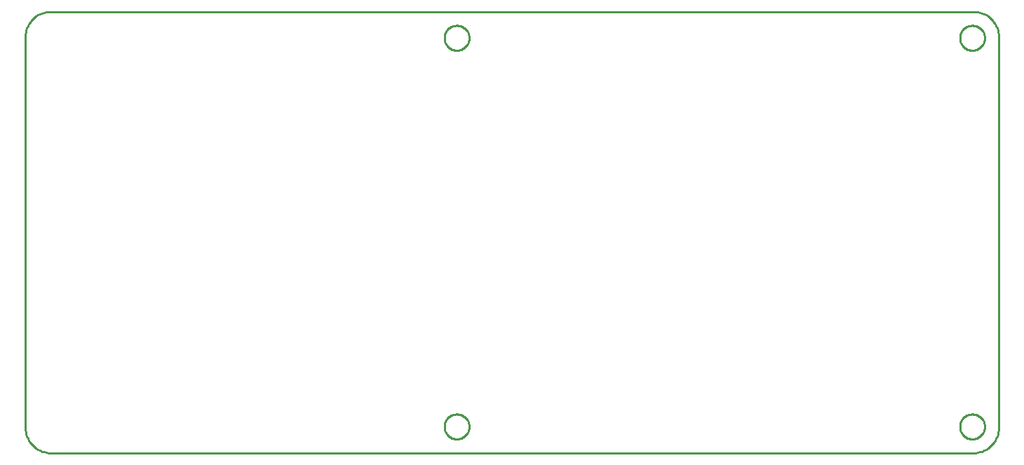
<source format=gbr>
G04 EAGLE Gerber RS-274X export*
G75*
%MOMM*%
%FSLAX34Y34*%
%LPD*%
%IN*%
%IPPOS*%
%AMOC8*
5,1,8,0,0,1.08239X$1,22.5*%
G01*
%ADD10C,0.254000*%


D10*
X0Y30000D02*
X114Y27385D01*
X456Y24791D01*
X1022Y22235D01*
X1809Y19739D01*
X2811Y17321D01*
X4019Y15000D01*
X5425Y12793D01*
X7019Y10716D01*
X8787Y8787D01*
X10716Y7019D01*
X12793Y5425D01*
X15000Y4019D01*
X17321Y2811D01*
X19739Y1809D01*
X22235Y1022D01*
X24791Y456D01*
X27385Y114D01*
X30000Y0D01*
X1144600Y0D01*
X1147221Y108D01*
X1149823Y444D01*
X1152386Y1005D01*
X1154891Y1788D01*
X1157317Y2786D01*
X1159647Y3991D01*
X1161863Y5395D01*
X1163949Y6987D01*
X1165888Y8755D01*
X1167665Y10685D01*
X1169268Y12762D01*
X1170683Y14971D01*
X1171900Y17295D01*
X1172910Y19717D01*
X1173706Y22217D01*
X1174280Y24777D01*
X1174629Y27377D01*
X1174750Y29998D01*
X1174750Y30000D01*
X1174750Y503400D01*
X1174629Y506021D01*
X1174280Y508621D01*
X1173706Y511181D01*
X1172911Y513681D01*
X1171901Y516103D01*
X1170684Y518427D01*
X1169269Y520636D01*
X1167666Y522714D01*
X1165889Y524644D01*
X1163951Y526412D01*
X1161865Y528004D01*
X1159649Y529408D01*
X1157319Y530614D01*
X1154892Y531612D01*
X1152388Y532394D01*
X1149825Y532956D01*
X1147223Y533292D01*
X1144602Y533400D01*
X1144600Y533400D01*
X30000Y533400D01*
X27385Y533286D01*
X24791Y532944D01*
X22235Y532378D01*
X19739Y531591D01*
X17321Y530589D01*
X15000Y529381D01*
X12793Y527975D01*
X10716Y526381D01*
X8787Y524613D01*
X7019Y522684D01*
X5425Y520607D01*
X4019Y518400D01*
X2811Y516079D01*
X1809Y513661D01*
X1022Y511165D01*
X456Y508609D01*
X114Y506015D01*
X0Y503400D01*
X0Y30000D01*
X535700Y501114D02*
X535624Y500046D01*
X535471Y498985D01*
X535243Y497938D01*
X534941Y496910D01*
X534567Y495906D01*
X534122Y494931D01*
X533608Y493991D01*
X533029Y493090D01*
X532387Y492232D01*
X531685Y491422D01*
X530928Y490665D01*
X530118Y489963D01*
X529260Y489321D01*
X528359Y488742D01*
X527419Y488228D01*
X526444Y487783D01*
X525440Y487409D01*
X524412Y487107D01*
X523365Y486879D01*
X522304Y486726D01*
X521236Y486650D01*
X520164Y486650D01*
X519096Y486726D01*
X518035Y486879D01*
X516988Y487107D01*
X515960Y487409D01*
X514956Y487783D01*
X513981Y488228D01*
X513041Y488742D01*
X512140Y489321D01*
X511282Y489963D01*
X510472Y490665D01*
X509715Y491422D01*
X509013Y492232D01*
X508371Y493090D01*
X507792Y493991D01*
X507278Y494931D01*
X506833Y495906D01*
X506459Y496910D01*
X506157Y497938D01*
X505929Y498985D01*
X505776Y500046D01*
X505700Y501114D01*
X505700Y502186D01*
X505776Y503254D01*
X505929Y504315D01*
X506157Y505362D01*
X506459Y506390D01*
X506833Y507394D01*
X507278Y508369D01*
X507792Y509309D01*
X508371Y510210D01*
X509013Y511068D01*
X509715Y511878D01*
X510472Y512635D01*
X511282Y513337D01*
X512140Y513979D01*
X513041Y514558D01*
X513981Y515072D01*
X514956Y515517D01*
X515960Y515891D01*
X516988Y516193D01*
X518035Y516421D01*
X519096Y516574D01*
X520164Y516650D01*
X521236Y516650D01*
X522304Y516574D01*
X523365Y516421D01*
X524412Y516193D01*
X525440Y515891D01*
X526444Y515517D01*
X527419Y515072D01*
X528359Y514558D01*
X529260Y513979D01*
X530118Y513337D01*
X530928Y512635D01*
X531685Y511878D01*
X532387Y511068D01*
X533029Y510210D01*
X533608Y509309D01*
X534122Y508369D01*
X534567Y507394D01*
X534941Y506390D01*
X535243Y505362D01*
X535471Y504315D01*
X535624Y503254D01*
X535700Y502186D01*
X535700Y501114D01*
X1158000Y501114D02*
X1157924Y500046D01*
X1157771Y498985D01*
X1157543Y497938D01*
X1157241Y496910D01*
X1156867Y495906D01*
X1156422Y494931D01*
X1155908Y493991D01*
X1155329Y493090D01*
X1154687Y492232D01*
X1153985Y491422D01*
X1153228Y490665D01*
X1152418Y489963D01*
X1151560Y489321D01*
X1150659Y488742D01*
X1149719Y488228D01*
X1148744Y487783D01*
X1147740Y487409D01*
X1146712Y487107D01*
X1145665Y486879D01*
X1144604Y486726D01*
X1143536Y486650D01*
X1142464Y486650D01*
X1141396Y486726D01*
X1140335Y486879D01*
X1139288Y487107D01*
X1138260Y487409D01*
X1137256Y487783D01*
X1136281Y488228D01*
X1135341Y488742D01*
X1134440Y489321D01*
X1133582Y489963D01*
X1132772Y490665D01*
X1132015Y491422D01*
X1131313Y492232D01*
X1130671Y493090D01*
X1130092Y493991D01*
X1129578Y494931D01*
X1129133Y495906D01*
X1128759Y496910D01*
X1128457Y497938D01*
X1128229Y498985D01*
X1128076Y500046D01*
X1128000Y501114D01*
X1128000Y502186D01*
X1128076Y503254D01*
X1128229Y504315D01*
X1128457Y505362D01*
X1128759Y506390D01*
X1129133Y507394D01*
X1129578Y508369D01*
X1130092Y509309D01*
X1130671Y510210D01*
X1131313Y511068D01*
X1132015Y511878D01*
X1132772Y512635D01*
X1133582Y513337D01*
X1134440Y513979D01*
X1135341Y514558D01*
X1136281Y515072D01*
X1137256Y515517D01*
X1138260Y515891D01*
X1139288Y516193D01*
X1140335Y516421D01*
X1141396Y516574D01*
X1142464Y516650D01*
X1143536Y516650D01*
X1144604Y516574D01*
X1145665Y516421D01*
X1146712Y516193D01*
X1147740Y515891D01*
X1148744Y515517D01*
X1149719Y515072D01*
X1150659Y514558D01*
X1151560Y513979D01*
X1152418Y513337D01*
X1153228Y512635D01*
X1153985Y511878D01*
X1154687Y511068D01*
X1155329Y510210D01*
X1155908Y509309D01*
X1156422Y508369D01*
X1156867Y507394D01*
X1157241Y506390D01*
X1157543Y505362D01*
X1157771Y504315D01*
X1157924Y503254D01*
X1158000Y502186D01*
X1158000Y501114D01*
X1158000Y31214D02*
X1157924Y30146D01*
X1157771Y29085D01*
X1157543Y28038D01*
X1157241Y27010D01*
X1156867Y26006D01*
X1156422Y25031D01*
X1155908Y24091D01*
X1155329Y23190D01*
X1154687Y22332D01*
X1153985Y21522D01*
X1153228Y20765D01*
X1152418Y20063D01*
X1151560Y19421D01*
X1150659Y18842D01*
X1149719Y18328D01*
X1148744Y17883D01*
X1147740Y17509D01*
X1146712Y17207D01*
X1145665Y16979D01*
X1144604Y16826D01*
X1143536Y16750D01*
X1142464Y16750D01*
X1141396Y16826D01*
X1140335Y16979D01*
X1139288Y17207D01*
X1138260Y17509D01*
X1137256Y17883D01*
X1136281Y18328D01*
X1135341Y18842D01*
X1134440Y19421D01*
X1133582Y20063D01*
X1132772Y20765D01*
X1132015Y21522D01*
X1131313Y22332D01*
X1130671Y23190D01*
X1130092Y24091D01*
X1129578Y25031D01*
X1129133Y26006D01*
X1128759Y27010D01*
X1128457Y28038D01*
X1128229Y29085D01*
X1128076Y30146D01*
X1128000Y31214D01*
X1128000Y32286D01*
X1128076Y33354D01*
X1128229Y34415D01*
X1128457Y35462D01*
X1128759Y36490D01*
X1129133Y37494D01*
X1129578Y38469D01*
X1130092Y39409D01*
X1130671Y40310D01*
X1131313Y41168D01*
X1132015Y41978D01*
X1132772Y42735D01*
X1133582Y43437D01*
X1134440Y44079D01*
X1135341Y44658D01*
X1136281Y45172D01*
X1137256Y45617D01*
X1138260Y45991D01*
X1139288Y46293D01*
X1140335Y46521D01*
X1141396Y46674D01*
X1142464Y46750D01*
X1143536Y46750D01*
X1144604Y46674D01*
X1145665Y46521D01*
X1146712Y46293D01*
X1147740Y45991D01*
X1148744Y45617D01*
X1149719Y45172D01*
X1150659Y44658D01*
X1151560Y44079D01*
X1152418Y43437D01*
X1153228Y42735D01*
X1153985Y41978D01*
X1154687Y41168D01*
X1155329Y40310D01*
X1155908Y39409D01*
X1156422Y38469D01*
X1156867Y37494D01*
X1157241Y36490D01*
X1157543Y35462D01*
X1157771Y34415D01*
X1157924Y33354D01*
X1158000Y32286D01*
X1158000Y31214D01*
X535700Y31214D02*
X535624Y30146D01*
X535471Y29085D01*
X535243Y28038D01*
X534941Y27010D01*
X534567Y26006D01*
X534122Y25031D01*
X533608Y24091D01*
X533029Y23190D01*
X532387Y22332D01*
X531685Y21522D01*
X530928Y20765D01*
X530118Y20063D01*
X529260Y19421D01*
X528359Y18842D01*
X527419Y18328D01*
X526444Y17883D01*
X525440Y17509D01*
X524412Y17207D01*
X523365Y16979D01*
X522304Y16826D01*
X521236Y16750D01*
X520164Y16750D01*
X519096Y16826D01*
X518035Y16979D01*
X516988Y17207D01*
X515960Y17509D01*
X514956Y17883D01*
X513981Y18328D01*
X513041Y18842D01*
X512140Y19421D01*
X511282Y20063D01*
X510472Y20765D01*
X509715Y21522D01*
X509013Y22332D01*
X508371Y23190D01*
X507792Y24091D01*
X507278Y25031D01*
X506833Y26006D01*
X506459Y27010D01*
X506157Y28038D01*
X505929Y29085D01*
X505776Y30146D01*
X505700Y31214D01*
X505700Y32286D01*
X505776Y33354D01*
X505929Y34415D01*
X506157Y35462D01*
X506459Y36490D01*
X506833Y37494D01*
X507278Y38469D01*
X507792Y39409D01*
X508371Y40310D01*
X509013Y41168D01*
X509715Y41978D01*
X510472Y42735D01*
X511282Y43437D01*
X512140Y44079D01*
X513041Y44658D01*
X513981Y45172D01*
X514956Y45617D01*
X515960Y45991D01*
X516988Y46293D01*
X518035Y46521D01*
X519096Y46674D01*
X520164Y46750D01*
X521236Y46750D01*
X522304Y46674D01*
X523365Y46521D01*
X524412Y46293D01*
X525440Y45991D01*
X526444Y45617D01*
X527419Y45172D01*
X528359Y44658D01*
X529260Y44079D01*
X530118Y43437D01*
X530928Y42735D01*
X531685Y41978D01*
X532387Y41168D01*
X533029Y40310D01*
X533608Y39409D01*
X534122Y38469D01*
X534567Y37494D01*
X534941Y36490D01*
X535243Y35462D01*
X535471Y34415D01*
X535624Y33354D01*
X535700Y32286D01*
X535700Y31214D01*
M02*

</source>
